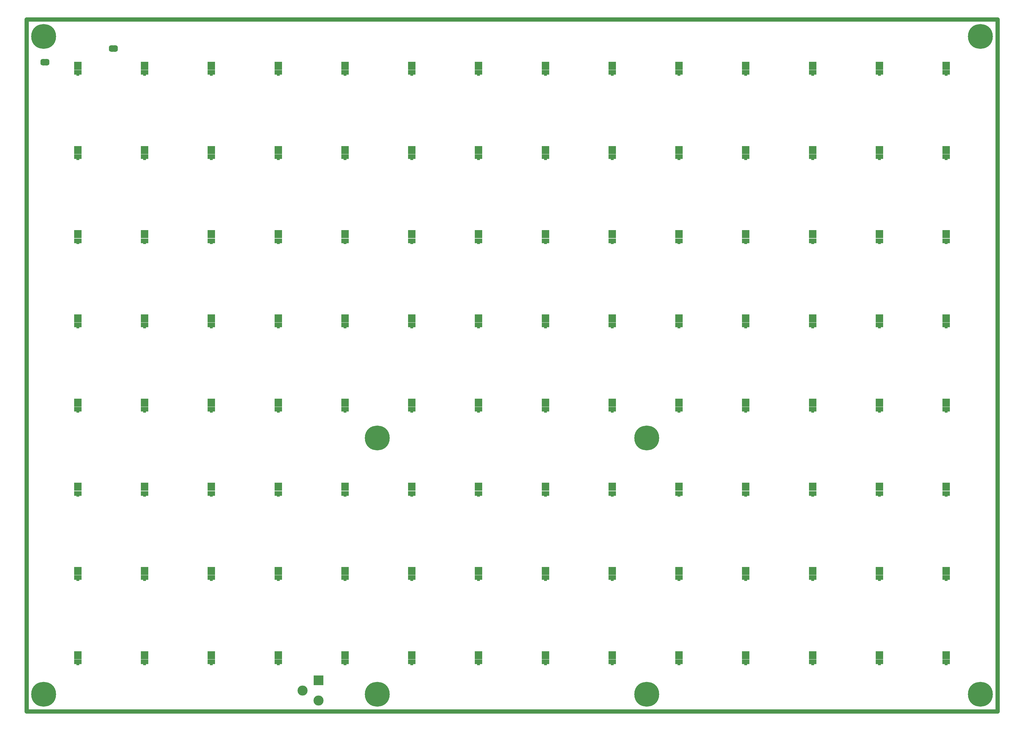
<source format=gbr>
G04 #@! TF.GenerationSoftware,KiCad,Pcbnew,(5.1.4)-1*
G04 #@! TF.CreationDate,2019-09-11T03:03:15-07:00*
G04 #@! TF.ProjectId,BrightBoard1,42726967-6874-4426-9f61-7264312e6b69,rev?*
G04 #@! TF.SameCoordinates,Original*
G04 #@! TF.FileFunction,Soldermask,Top*
G04 #@! TF.FilePolarity,Negative*
%FSLAX46Y46*%
G04 Gerber Fmt 4.6, Leading zero omitted, Abs format (unit mm)*
G04 Created by KiCad (PCBNEW (5.1.4)-1) date 2019-09-11 03:03:15*
%MOMM*%
%LPD*%
G04 APERTURE LIST*
%ADD10C,1.270000*%
%ADD11C,7.400000*%
%ADD12R,0.900000X0.700000*%
%ADD13R,2.200000X1.390000*%
%ADD14R,2.200000X2.460000*%
%ADD15C,3.000000*%
%ADD16R,3.000000X3.000000*%
%ADD17C,0.500000*%
%ADD18C,0.100000*%
G04 APERTURE END LIST*
D10*
X442595000Y-302895000D02*
X442595000Y-97155000D01*
X154305000Y-97155000D02*
X154305000Y-302895000D01*
X442595000Y-97155000D02*
X154305000Y-97155000D01*
X154305000Y-302895000D02*
X442595000Y-302895000D01*
D11*
X159385000Y-297815000D03*
D12*
X427354994Y-113535000D03*
D13*
X427354994Y-112890000D03*
D14*
X427354994Y-110915000D03*
D12*
X169545000Y-113535000D03*
D13*
X169545000Y-112890000D03*
D14*
X169545000Y-110915000D03*
D12*
X189376538Y-113535000D03*
D13*
X189376538Y-112890000D03*
D14*
X189376538Y-110915000D03*
D12*
X209208076Y-113535000D03*
D13*
X209208076Y-112890000D03*
D14*
X209208076Y-110915000D03*
D12*
X229039614Y-113535000D03*
D13*
X229039614Y-112890000D03*
D14*
X229039614Y-110915000D03*
D12*
X248871152Y-113535000D03*
D13*
X248871152Y-112890000D03*
D14*
X248871152Y-110915000D03*
D12*
X268702690Y-113535000D03*
D13*
X268702690Y-112890000D03*
D14*
X268702690Y-110915000D03*
D12*
X288534228Y-113535000D03*
D13*
X288534228Y-112890000D03*
D14*
X288534228Y-110915000D03*
D12*
X308365766Y-113535000D03*
D13*
X308365766Y-112890000D03*
D14*
X308365766Y-110915000D03*
D12*
X328197304Y-113535000D03*
D13*
X328197304Y-112890000D03*
D14*
X328197304Y-110915000D03*
D12*
X348028842Y-113535000D03*
D13*
X348028842Y-112890000D03*
D14*
X348028842Y-110915000D03*
D12*
X367860380Y-113535000D03*
D13*
X367860380Y-112890000D03*
D14*
X367860380Y-110915000D03*
D12*
X387691918Y-113535000D03*
D13*
X387691918Y-112890000D03*
D14*
X387691918Y-110915000D03*
D12*
X407523456Y-113535000D03*
D13*
X407523456Y-112890000D03*
D14*
X407523456Y-110915000D03*
D12*
X169545000Y-138572034D03*
D13*
X169545000Y-137927034D03*
D14*
X169545000Y-135952034D03*
D12*
X189376538Y-138572034D03*
D13*
X189376538Y-137927034D03*
D14*
X189376538Y-135952034D03*
D12*
X209208076Y-138572034D03*
D13*
X209208076Y-137927034D03*
D14*
X209208076Y-135952034D03*
D12*
X229039614Y-138572034D03*
D13*
X229039614Y-137927034D03*
D14*
X229039614Y-135952034D03*
D12*
X248871152Y-138572034D03*
D13*
X248871152Y-137927034D03*
D14*
X248871152Y-135952034D03*
D12*
X268702690Y-138572034D03*
D13*
X268702690Y-137927034D03*
D14*
X268702690Y-135952034D03*
D12*
X288534228Y-138572034D03*
D13*
X288534228Y-137927034D03*
D14*
X288534228Y-135952034D03*
D12*
X308365766Y-138572034D03*
D13*
X308365766Y-137927034D03*
D14*
X308365766Y-135952034D03*
D12*
X328197304Y-138572034D03*
D13*
X328197304Y-137927034D03*
D14*
X328197304Y-135952034D03*
D12*
X348028842Y-138572034D03*
D13*
X348028842Y-137927034D03*
D14*
X348028842Y-135952034D03*
D12*
X367860380Y-138572034D03*
D13*
X367860380Y-137927034D03*
D14*
X367860380Y-135952034D03*
D12*
X387691918Y-138572034D03*
D13*
X387691918Y-137927034D03*
D14*
X387691918Y-135952034D03*
D12*
X407523456Y-138572034D03*
D13*
X407523456Y-137927034D03*
D14*
X407523456Y-135952034D03*
D12*
X427354994Y-138572034D03*
D13*
X427354994Y-137927034D03*
D14*
X427354994Y-135952034D03*
D12*
X169545000Y-163609068D03*
D13*
X169545000Y-162964068D03*
D14*
X169545000Y-160989068D03*
D12*
X189376538Y-163609068D03*
D13*
X189376538Y-162964068D03*
D14*
X189376538Y-160989068D03*
D12*
X209208076Y-163609068D03*
D13*
X209208076Y-162964068D03*
D14*
X209208076Y-160989068D03*
D12*
X229039614Y-163609068D03*
D13*
X229039614Y-162964068D03*
D14*
X229039614Y-160989068D03*
D12*
X248871152Y-163609068D03*
D13*
X248871152Y-162964068D03*
D14*
X248871152Y-160989068D03*
D12*
X268702690Y-163609068D03*
D13*
X268702690Y-162964068D03*
D14*
X268702690Y-160989068D03*
D12*
X288534228Y-163609068D03*
D13*
X288534228Y-162964068D03*
D14*
X288534228Y-160989068D03*
D12*
X308365766Y-163609068D03*
D13*
X308365766Y-162964068D03*
D14*
X308365766Y-160989068D03*
D12*
X328197304Y-163609068D03*
D13*
X328197304Y-162964068D03*
D14*
X328197304Y-160989068D03*
D12*
X348028842Y-163609068D03*
D13*
X348028842Y-162964068D03*
D14*
X348028842Y-160989068D03*
D12*
X367860380Y-163609068D03*
D13*
X367860380Y-162964068D03*
D14*
X367860380Y-160989068D03*
D12*
X387691918Y-163609068D03*
D13*
X387691918Y-162964068D03*
D14*
X387691918Y-160989068D03*
D12*
X407523456Y-163609068D03*
D13*
X407523456Y-162964068D03*
D14*
X407523456Y-160989068D03*
D12*
X427354994Y-163609068D03*
D13*
X427354994Y-162964068D03*
D14*
X427354994Y-160989068D03*
D12*
X169545000Y-188646102D03*
D13*
X169545000Y-188001102D03*
D14*
X169545000Y-186026102D03*
D12*
X189376538Y-188646102D03*
D13*
X189376538Y-188001102D03*
D14*
X189376538Y-186026102D03*
D12*
X209208076Y-188646102D03*
D13*
X209208076Y-188001102D03*
D14*
X209208076Y-186026102D03*
D12*
X229039614Y-188646102D03*
D13*
X229039614Y-188001102D03*
D14*
X229039614Y-186026102D03*
D12*
X248871152Y-188646102D03*
D13*
X248871152Y-188001102D03*
D14*
X248871152Y-186026102D03*
D12*
X268702690Y-188646102D03*
D13*
X268702690Y-188001102D03*
D14*
X268702690Y-186026102D03*
D12*
X288534228Y-188646102D03*
D13*
X288534228Y-188001102D03*
D14*
X288534228Y-186026102D03*
D12*
X308365766Y-188646102D03*
D13*
X308365766Y-188001102D03*
D14*
X308365766Y-186026102D03*
D12*
X328197304Y-188646102D03*
D13*
X328197304Y-188001102D03*
D14*
X328197304Y-186026102D03*
D12*
X348028842Y-188646102D03*
D13*
X348028842Y-188001102D03*
D14*
X348028842Y-186026102D03*
D12*
X367860380Y-188646102D03*
D13*
X367860380Y-188001102D03*
D14*
X367860380Y-186026102D03*
D12*
X387691918Y-188646102D03*
D13*
X387691918Y-188001102D03*
D14*
X387691918Y-186026102D03*
D12*
X407523456Y-188646102D03*
D13*
X407523456Y-188001102D03*
D14*
X407523456Y-186026102D03*
D12*
X427354994Y-188646102D03*
D13*
X427354994Y-188001102D03*
D14*
X427354994Y-186026102D03*
D12*
X169545000Y-213683136D03*
D13*
X169545000Y-213038136D03*
D14*
X169545000Y-211063136D03*
D12*
X189376538Y-213683136D03*
D13*
X189376538Y-213038136D03*
D14*
X189376538Y-211063136D03*
D12*
X209208076Y-213683136D03*
D13*
X209208076Y-213038136D03*
D14*
X209208076Y-211063136D03*
D12*
X229039614Y-213683136D03*
D13*
X229039614Y-213038136D03*
D14*
X229039614Y-211063136D03*
D12*
X248871152Y-213683136D03*
D13*
X248871152Y-213038136D03*
D14*
X248871152Y-211063136D03*
D12*
X268702690Y-213683136D03*
D13*
X268702690Y-213038136D03*
D14*
X268702690Y-211063136D03*
D12*
X288534228Y-213683136D03*
D13*
X288534228Y-213038136D03*
D14*
X288534228Y-211063136D03*
D12*
X308365766Y-213683136D03*
D13*
X308365766Y-213038136D03*
D14*
X308365766Y-211063136D03*
D12*
X328197304Y-213683136D03*
D13*
X328197304Y-213038136D03*
D14*
X328197304Y-211063136D03*
D12*
X348028842Y-213683136D03*
D13*
X348028842Y-213038136D03*
D14*
X348028842Y-211063136D03*
D12*
X367860380Y-213683136D03*
D13*
X367860380Y-213038136D03*
D14*
X367860380Y-211063136D03*
D12*
X387691918Y-213683136D03*
D13*
X387691918Y-213038136D03*
D14*
X387691918Y-211063136D03*
D12*
X407523456Y-213683136D03*
D13*
X407523456Y-213038136D03*
D14*
X407523456Y-211063136D03*
D12*
X427354994Y-213683136D03*
D13*
X427354994Y-213038136D03*
D14*
X427354994Y-211063136D03*
D12*
X169545000Y-238720170D03*
D13*
X169545000Y-238075170D03*
D14*
X169545000Y-236100170D03*
D12*
X189376538Y-238720170D03*
D13*
X189376538Y-238075170D03*
D14*
X189376538Y-236100170D03*
D12*
X209208076Y-238720170D03*
D13*
X209208076Y-238075170D03*
D14*
X209208076Y-236100170D03*
D12*
X229039614Y-238720170D03*
D13*
X229039614Y-238075170D03*
D14*
X229039614Y-236100170D03*
D12*
X248871152Y-238720170D03*
D13*
X248871152Y-238075170D03*
D14*
X248871152Y-236100170D03*
D12*
X268702690Y-238720170D03*
D13*
X268702690Y-238075170D03*
D14*
X268702690Y-236100170D03*
D12*
X288534228Y-238720170D03*
D13*
X288534228Y-238075170D03*
D14*
X288534228Y-236100170D03*
D12*
X308365766Y-238720170D03*
D13*
X308365766Y-238075170D03*
D14*
X308365766Y-236100170D03*
D12*
X328197304Y-238720170D03*
D13*
X328197304Y-238075170D03*
D14*
X328197304Y-236100170D03*
D12*
X348028842Y-238720170D03*
D13*
X348028842Y-238075170D03*
D14*
X348028842Y-236100170D03*
D12*
X367860380Y-238720170D03*
D13*
X367860380Y-238075170D03*
D14*
X367860380Y-236100170D03*
D12*
X387691918Y-238720170D03*
D13*
X387691918Y-238075170D03*
D14*
X387691918Y-236100170D03*
D12*
X407523456Y-238720170D03*
D13*
X407523456Y-238075170D03*
D14*
X407523456Y-236100170D03*
D12*
X427354994Y-238720170D03*
D13*
X427354994Y-238075170D03*
D14*
X427354994Y-236100170D03*
D12*
X169545000Y-263757204D03*
D13*
X169545000Y-263112204D03*
D14*
X169545000Y-261137204D03*
D12*
X189376538Y-263757204D03*
D13*
X189376538Y-263112204D03*
D14*
X189376538Y-261137204D03*
D12*
X209208076Y-263757204D03*
D13*
X209208076Y-263112204D03*
D14*
X209208076Y-261137204D03*
D12*
X229039614Y-263757204D03*
D13*
X229039614Y-263112204D03*
D14*
X229039614Y-261137204D03*
D12*
X248871152Y-263757204D03*
D13*
X248871152Y-263112204D03*
D14*
X248871152Y-261137204D03*
D12*
X268702690Y-263757204D03*
D13*
X268702690Y-263112204D03*
D14*
X268702690Y-261137204D03*
D12*
X288534228Y-263757204D03*
D13*
X288534228Y-263112204D03*
D14*
X288534228Y-261137204D03*
D12*
X308365766Y-263757204D03*
D13*
X308365766Y-263112204D03*
D14*
X308365766Y-261137204D03*
D12*
X328197304Y-263757204D03*
D13*
X328197304Y-263112204D03*
D14*
X328197304Y-261137204D03*
D12*
X348028842Y-263757204D03*
D13*
X348028842Y-263112204D03*
D14*
X348028842Y-261137204D03*
D12*
X367860380Y-263757204D03*
D13*
X367860380Y-263112204D03*
D14*
X367860380Y-261137204D03*
D12*
X387691918Y-263757204D03*
D13*
X387691918Y-263112204D03*
D14*
X387691918Y-261137204D03*
D12*
X407523456Y-263757204D03*
D13*
X407523456Y-263112204D03*
D14*
X407523456Y-261137204D03*
D12*
X427354994Y-263757204D03*
D13*
X427354994Y-263112204D03*
D14*
X427354994Y-261137204D03*
D12*
X169545000Y-288794238D03*
D13*
X169545000Y-288149238D03*
D14*
X169545000Y-286174238D03*
D12*
X189376538Y-288794238D03*
D13*
X189376538Y-288149238D03*
D14*
X189376538Y-286174238D03*
D12*
X209208076Y-288794238D03*
D13*
X209208076Y-288149238D03*
D14*
X209208076Y-286174238D03*
D12*
X229039614Y-288794238D03*
D13*
X229039614Y-288149238D03*
D14*
X229039614Y-286174238D03*
D12*
X248871152Y-288794238D03*
D13*
X248871152Y-288149238D03*
D14*
X248871152Y-286174238D03*
D12*
X268702690Y-288794238D03*
D13*
X268702690Y-288149238D03*
D14*
X268702690Y-286174238D03*
D12*
X288534228Y-288794238D03*
D13*
X288534228Y-288149238D03*
D14*
X288534228Y-286174238D03*
D12*
X308365766Y-288794238D03*
D13*
X308365766Y-288149238D03*
D14*
X308365766Y-286174238D03*
D12*
X328197304Y-288794238D03*
D13*
X328197304Y-288149238D03*
D14*
X328197304Y-286174238D03*
D12*
X348028842Y-288794238D03*
D13*
X348028842Y-288149238D03*
D14*
X348028842Y-286174238D03*
D12*
X367860380Y-288794238D03*
D13*
X367860380Y-288149238D03*
D14*
X367860380Y-286174238D03*
D12*
X387691918Y-288794238D03*
D13*
X387691918Y-288149238D03*
D14*
X387691918Y-286174238D03*
D12*
X407523456Y-288794238D03*
D13*
X407523456Y-288149238D03*
D14*
X407523456Y-286174238D03*
D12*
X427354994Y-288794238D03*
D13*
X427354994Y-288149238D03*
D14*
X427354994Y-286174238D03*
D15*
X236295200Y-296670000D03*
X240995200Y-299670000D03*
D16*
X240995200Y-293670000D03*
D17*
X160416000Y-109855000D03*
D18*
G36*
X160422112Y-108905602D02*
G01*
X160440534Y-108905602D01*
X160460140Y-108906565D01*
X160508971Y-108911375D01*
X160528380Y-108914254D01*
X160576505Y-108923826D01*
X160595548Y-108928596D01*
X160642503Y-108942840D01*
X160660980Y-108949451D01*
X160706313Y-108968228D01*
X160724061Y-108976623D01*
X160767334Y-108999754D01*
X160784162Y-109009840D01*
X160824961Y-109037100D01*
X160840730Y-109048795D01*
X160878659Y-109079923D01*
X160893200Y-109093103D01*
X160927897Y-109127800D01*
X160941077Y-109142341D01*
X160972205Y-109180270D01*
X160983900Y-109196039D01*
X161011160Y-109236838D01*
X161021246Y-109253666D01*
X161044377Y-109296939D01*
X161052772Y-109314687D01*
X161071549Y-109360020D01*
X161078160Y-109378497D01*
X161092404Y-109425452D01*
X161097174Y-109444495D01*
X161106746Y-109492620D01*
X161109625Y-109512029D01*
X161114435Y-109560860D01*
X161115398Y-109580466D01*
X161115398Y-109598888D01*
X161116000Y-109605000D01*
X161116000Y-110105000D01*
X161115398Y-110111112D01*
X161115398Y-110129534D01*
X161114435Y-110149140D01*
X161109625Y-110197971D01*
X161106746Y-110217380D01*
X161097174Y-110265505D01*
X161092404Y-110284548D01*
X161078160Y-110331503D01*
X161071549Y-110349980D01*
X161052772Y-110395313D01*
X161044377Y-110413061D01*
X161021246Y-110456334D01*
X161011160Y-110473162D01*
X160983900Y-110513961D01*
X160972205Y-110529730D01*
X160941077Y-110567659D01*
X160927897Y-110582200D01*
X160893200Y-110616897D01*
X160878659Y-110630077D01*
X160840730Y-110661205D01*
X160824961Y-110672900D01*
X160784162Y-110700160D01*
X160767334Y-110710246D01*
X160724061Y-110733377D01*
X160706313Y-110741772D01*
X160660980Y-110760549D01*
X160642503Y-110767160D01*
X160595548Y-110781404D01*
X160576505Y-110786174D01*
X160528380Y-110795746D01*
X160508971Y-110798625D01*
X160460140Y-110803435D01*
X160440534Y-110804398D01*
X160422112Y-110804398D01*
X160416000Y-110805000D01*
X159916000Y-110805000D01*
X159876982Y-110801157D01*
X159839463Y-110789776D01*
X159804886Y-110771294D01*
X159774579Y-110746421D01*
X159749706Y-110716114D01*
X159731224Y-110681537D01*
X159719843Y-110644018D01*
X159716000Y-110605000D01*
X159716000Y-109105000D01*
X159719843Y-109065982D01*
X159731224Y-109028463D01*
X159749706Y-108993886D01*
X159774579Y-108963579D01*
X159804886Y-108938706D01*
X159839463Y-108920224D01*
X159876982Y-108908843D01*
X159916000Y-108905000D01*
X160416000Y-108905000D01*
X160422112Y-108905602D01*
X160422112Y-108905602D01*
G37*
D17*
X159116000Y-109855000D03*
D18*
G36*
X159655018Y-108908843D02*
G01*
X159692537Y-108920224D01*
X159727114Y-108938706D01*
X159757421Y-108963579D01*
X159782294Y-108993886D01*
X159800776Y-109028463D01*
X159812157Y-109065982D01*
X159816000Y-109105000D01*
X159816000Y-110605000D01*
X159812157Y-110644018D01*
X159800776Y-110681537D01*
X159782294Y-110716114D01*
X159757421Y-110746421D01*
X159727114Y-110771294D01*
X159692537Y-110789776D01*
X159655018Y-110801157D01*
X159616000Y-110805000D01*
X159116000Y-110805000D01*
X159109888Y-110804398D01*
X159091466Y-110804398D01*
X159071860Y-110803435D01*
X159023029Y-110798625D01*
X159003620Y-110795746D01*
X158955495Y-110786174D01*
X158936452Y-110781404D01*
X158889497Y-110767160D01*
X158871020Y-110760549D01*
X158825687Y-110741772D01*
X158807939Y-110733377D01*
X158764666Y-110710246D01*
X158747838Y-110700160D01*
X158707039Y-110672900D01*
X158691270Y-110661205D01*
X158653341Y-110630077D01*
X158638800Y-110616897D01*
X158604103Y-110582200D01*
X158590923Y-110567659D01*
X158559795Y-110529730D01*
X158548100Y-110513961D01*
X158520840Y-110473162D01*
X158510754Y-110456334D01*
X158487623Y-110413061D01*
X158479228Y-110395313D01*
X158460451Y-110349980D01*
X158453840Y-110331503D01*
X158439596Y-110284548D01*
X158434826Y-110265505D01*
X158425254Y-110217380D01*
X158422375Y-110197971D01*
X158417565Y-110149140D01*
X158416602Y-110129534D01*
X158416602Y-110111112D01*
X158416000Y-110105000D01*
X158416000Y-109605000D01*
X158416602Y-109598888D01*
X158416602Y-109580466D01*
X158417565Y-109560860D01*
X158422375Y-109512029D01*
X158425254Y-109492620D01*
X158434826Y-109444495D01*
X158439596Y-109425452D01*
X158453840Y-109378497D01*
X158460451Y-109360020D01*
X158479228Y-109314687D01*
X158487623Y-109296939D01*
X158510754Y-109253666D01*
X158520840Y-109236838D01*
X158548100Y-109196039D01*
X158559795Y-109180270D01*
X158590923Y-109142341D01*
X158604103Y-109127800D01*
X158638800Y-109093103D01*
X158653341Y-109079923D01*
X158691270Y-109048795D01*
X158707039Y-109037100D01*
X158747838Y-109009840D01*
X158764666Y-108999754D01*
X158807939Y-108976623D01*
X158825687Y-108968228D01*
X158871020Y-108949451D01*
X158889497Y-108942840D01*
X158936452Y-108928596D01*
X158955495Y-108923826D01*
X159003620Y-108914254D01*
X159023029Y-108911375D01*
X159071860Y-108906565D01*
X159091466Y-108905602D01*
X159109888Y-108905602D01*
X159116000Y-108905000D01*
X159616000Y-108905000D01*
X159655018Y-108908843D01*
X159655018Y-108908843D01*
G37*
D17*
X180736000Y-105791000D03*
D18*
G36*
X180742112Y-104841602D02*
G01*
X180760534Y-104841602D01*
X180780140Y-104842565D01*
X180828971Y-104847375D01*
X180848380Y-104850254D01*
X180896505Y-104859826D01*
X180915548Y-104864596D01*
X180962503Y-104878840D01*
X180980980Y-104885451D01*
X181026313Y-104904228D01*
X181044061Y-104912623D01*
X181087334Y-104935754D01*
X181104162Y-104945840D01*
X181144961Y-104973100D01*
X181160730Y-104984795D01*
X181198659Y-105015923D01*
X181213200Y-105029103D01*
X181247897Y-105063800D01*
X181261077Y-105078341D01*
X181292205Y-105116270D01*
X181303900Y-105132039D01*
X181331160Y-105172838D01*
X181341246Y-105189666D01*
X181364377Y-105232939D01*
X181372772Y-105250687D01*
X181391549Y-105296020D01*
X181398160Y-105314497D01*
X181412404Y-105361452D01*
X181417174Y-105380495D01*
X181426746Y-105428620D01*
X181429625Y-105448029D01*
X181434435Y-105496860D01*
X181435398Y-105516466D01*
X181435398Y-105534888D01*
X181436000Y-105541000D01*
X181436000Y-106041000D01*
X181435398Y-106047112D01*
X181435398Y-106065534D01*
X181434435Y-106085140D01*
X181429625Y-106133971D01*
X181426746Y-106153380D01*
X181417174Y-106201505D01*
X181412404Y-106220548D01*
X181398160Y-106267503D01*
X181391549Y-106285980D01*
X181372772Y-106331313D01*
X181364377Y-106349061D01*
X181341246Y-106392334D01*
X181331160Y-106409162D01*
X181303900Y-106449961D01*
X181292205Y-106465730D01*
X181261077Y-106503659D01*
X181247897Y-106518200D01*
X181213200Y-106552897D01*
X181198659Y-106566077D01*
X181160730Y-106597205D01*
X181144961Y-106608900D01*
X181104162Y-106636160D01*
X181087334Y-106646246D01*
X181044061Y-106669377D01*
X181026313Y-106677772D01*
X180980980Y-106696549D01*
X180962503Y-106703160D01*
X180915548Y-106717404D01*
X180896505Y-106722174D01*
X180848380Y-106731746D01*
X180828971Y-106734625D01*
X180780140Y-106739435D01*
X180760534Y-106740398D01*
X180742112Y-106740398D01*
X180736000Y-106741000D01*
X180236000Y-106741000D01*
X180196982Y-106737157D01*
X180159463Y-106725776D01*
X180124886Y-106707294D01*
X180094579Y-106682421D01*
X180069706Y-106652114D01*
X180051224Y-106617537D01*
X180039843Y-106580018D01*
X180036000Y-106541000D01*
X180036000Y-105041000D01*
X180039843Y-105001982D01*
X180051224Y-104964463D01*
X180069706Y-104929886D01*
X180094579Y-104899579D01*
X180124886Y-104874706D01*
X180159463Y-104856224D01*
X180196982Y-104844843D01*
X180236000Y-104841000D01*
X180736000Y-104841000D01*
X180742112Y-104841602D01*
X180742112Y-104841602D01*
G37*
D17*
X179436000Y-105791000D03*
D18*
G36*
X179975018Y-104844843D02*
G01*
X180012537Y-104856224D01*
X180047114Y-104874706D01*
X180077421Y-104899579D01*
X180102294Y-104929886D01*
X180120776Y-104964463D01*
X180132157Y-105001982D01*
X180136000Y-105041000D01*
X180136000Y-106541000D01*
X180132157Y-106580018D01*
X180120776Y-106617537D01*
X180102294Y-106652114D01*
X180077421Y-106682421D01*
X180047114Y-106707294D01*
X180012537Y-106725776D01*
X179975018Y-106737157D01*
X179936000Y-106741000D01*
X179436000Y-106741000D01*
X179429888Y-106740398D01*
X179411466Y-106740398D01*
X179391860Y-106739435D01*
X179343029Y-106734625D01*
X179323620Y-106731746D01*
X179275495Y-106722174D01*
X179256452Y-106717404D01*
X179209497Y-106703160D01*
X179191020Y-106696549D01*
X179145687Y-106677772D01*
X179127939Y-106669377D01*
X179084666Y-106646246D01*
X179067838Y-106636160D01*
X179027039Y-106608900D01*
X179011270Y-106597205D01*
X178973341Y-106566077D01*
X178958800Y-106552897D01*
X178924103Y-106518200D01*
X178910923Y-106503659D01*
X178879795Y-106465730D01*
X178868100Y-106449961D01*
X178840840Y-106409162D01*
X178830754Y-106392334D01*
X178807623Y-106349061D01*
X178799228Y-106331313D01*
X178780451Y-106285980D01*
X178773840Y-106267503D01*
X178759596Y-106220548D01*
X178754826Y-106201505D01*
X178745254Y-106153380D01*
X178742375Y-106133971D01*
X178737565Y-106085140D01*
X178736602Y-106065534D01*
X178736602Y-106047112D01*
X178736000Y-106041000D01*
X178736000Y-105541000D01*
X178736602Y-105534888D01*
X178736602Y-105516466D01*
X178737565Y-105496860D01*
X178742375Y-105448029D01*
X178745254Y-105428620D01*
X178754826Y-105380495D01*
X178759596Y-105361452D01*
X178773840Y-105314497D01*
X178780451Y-105296020D01*
X178799228Y-105250687D01*
X178807623Y-105232939D01*
X178830754Y-105189666D01*
X178840840Y-105172838D01*
X178868100Y-105132039D01*
X178879795Y-105116270D01*
X178910923Y-105078341D01*
X178924103Y-105063800D01*
X178958800Y-105029103D01*
X178973341Y-105015923D01*
X179011270Y-104984795D01*
X179027039Y-104973100D01*
X179067838Y-104945840D01*
X179084666Y-104935754D01*
X179127939Y-104912623D01*
X179145687Y-104904228D01*
X179191020Y-104885451D01*
X179209497Y-104878840D01*
X179256452Y-104864596D01*
X179275495Y-104859826D01*
X179323620Y-104850254D01*
X179343029Y-104847375D01*
X179391860Y-104842565D01*
X179411466Y-104841602D01*
X179429888Y-104841602D01*
X179436000Y-104841000D01*
X179936000Y-104841000D01*
X179975018Y-104844843D01*
X179975018Y-104844843D01*
G37*
D11*
X159385000Y-102235000D03*
X437515000Y-102235000D03*
X437515000Y-297815000D03*
X258445000Y-221615000D03*
X258445000Y-297815000D03*
X338455000Y-221615000D03*
X338455000Y-297815000D03*
M02*

</source>
